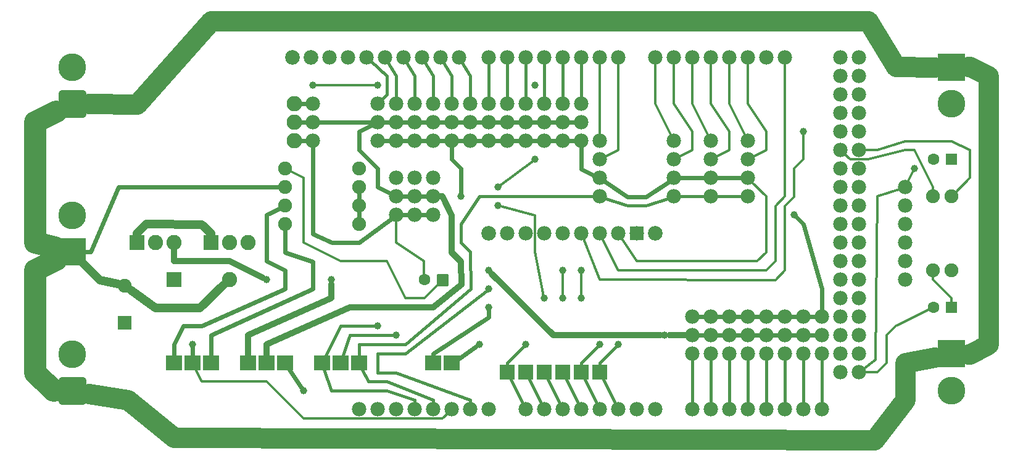
<source format=gtl>
G04 MADE WITH FRITZING*
G04 WWW.FRITZING.ORG*
G04 DOUBLE SIDED*
G04 HOLES PLATED*
G04 CONTOUR ON CENTER OF CONTOUR VECTOR*
%ASAXBY*%
%FSLAX23Y23*%
%MOIN*%
%OFA0B0*%
%SFA1.0B1.0*%
%ADD10C,0.039370*%
%ADD11C,0.078000*%
%ADD12C,0.083307*%
%ADD13C,0.082000*%
%ADD14C,0.079370*%
%ADD15C,0.075000*%
%ADD16C,0.066604*%
%ADD17C,0.066632*%
%ADD18C,0.065993*%
%ADD19C,0.062992*%
%ADD20C,0.149606*%
%ADD21R,0.082000X0.082000*%
%ADD22R,0.078740X0.078740*%
%ADD23R,0.086614X0.078740*%
%ADD24R,0.062992X0.062992*%
%ADD25R,0.075000X0.075000*%
%ADD26R,0.149606X0.149606*%
%ADD27R,0.078000X0.078000*%
%ADD28C,0.024000*%
%ADD29C,0.032000*%
%ADD30C,0.048000*%
%ADD31C,0.012000*%
%ADD32C,0.016000*%
%ADD33C,0.110000*%
%ADD34C,0.120000*%
%ADD35C,0.015748*%
%LNCOPPER1*%
G90*
G70*
G54D10*
X3526Y697D03*
X1576Y397D03*
X2526Y647D03*
X1376Y997D03*
G54D11*
X4376Y297D03*
X4276Y297D03*
X4176Y297D03*
X4076Y297D03*
X3976Y297D03*
X3876Y297D03*
X3776Y297D03*
X3676Y297D03*
X4376Y297D03*
X4276Y297D03*
X4176Y297D03*
X4076Y297D03*
X3976Y297D03*
X3876Y297D03*
X3776Y297D03*
X3676Y297D03*
X4576Y2197D03*
X4576Y2097D03*
X4576Y1997D03*
X4576Y1897D03*
X4576Y1797D03*
X4576Y1697D03*
X4576Y1597D03*
X4576Y1497D03*
X4576Y1397D03*
X4576Y1297D03*
X4576Y1197D03*
X4576Y1097D03*
X4576Y997D03*
X4576Y897D03*
X4576Y797D03*
X4576Y697D03*
X4576Y597D03*
X4576Y497D03*
X4576Y2197D03*
X4576Y2097D03*
X4576Y1997D03*
X4576Y1897D03*
X4576Y1797D03*
X4576Y1697D03*
X4576Y1597D03*
X4576Y1497D03*
X4576Y1397D03*
X4576Y1297D03*
X4576Y1197D03*
X4576Y1097D03*
X4576Y997D03*
X4576Y897D03*
X4576Y797D03*
X4576Y697D03*
X4576Y597D03*
X4576Y497D03*
X4476Y497D03*
X4476Y597D03*
X4476Y697D03*
X4476Y797D03*
X4476Y897D03*
X4476Y997D03*
X4476Y1097D03*
X4476Y1197D03*
X4476Y1297D03*
X4476Y1397D03*
X4476Y1497D03*
X4476Y1597D03*
X4476Y1697D03*
X4476Y1797D03*
X4476Y1897D03*
X4476Y1997D03*
X4476Y2097D03*
X4476Y2197D03*
X4576Y2197D03*
X4576Y2097D03*
X4576Y1997D03*
X4576Y1897D03*
X4576Y1797D03*
X4576Y1697D03*
X4576Y1597D03*
X4576Y1497D03*
X4576Y1397D03*
X4576Y1297D03*
X4576Y1197D03*
X4576Y1097D03*
X4576Y997D03*
X4576Y897D03*
X4576Y797D03*
X4576Y697D03*
X4576Y597D03*
X4576Y497D03*
X4576Y2197D03*
X4576Y2097D03*
X4576Y1997D03*
X4576Y1897D03*
X4576Y1797D03*
X4576Y1697D03*
X4576Y1597D03*
X4576Y1497D03*
X4576Y1397D03*
X4576Y1297D03*
X4576Y1197D03*
X4576Y1097D03*
X4576Y997D03*
X4576Y897D03*
X4576Y797D03*
X4576Y697D03*
X4576Y597D03*
X4576Y497D03*
X4476Y497D03*
X4476Y597D03*
X4476Y697D03*
X4476Y797D03*
X4476Y897D03*
X4476Y997D03*
X4476Y1097D03*
X4476Y1197D03*
X4476Y1297D03*
X4476Y1397D03*
X4476Y1497D03*
X4476Y1597D03*
X4476Y1697D03*
X4476Y1797D03*
X4476Y1897D03*
X4476Y1997D03*
X4476Y2097D03*
X4476Y2197D03*
X2576Y297D03*
X2476Y297D03*
X2376Y297D03*
X2276Y297D03*
X2176Y297D03*
X2076Y297D03*
X1976Y297D03*
X1876Y297D03*
X2576Y297D03*
X2476Y297D03*
X2376Y297D03*
X2276Y297D03*
X2176Y297D03*
X2076Y297D03*
X1976Y297D03*
X1876Y297D03*
X3476Y297D03*
X3376Y297D03*
X3276Y297D03*
X3176Y297D03*
X3076Y297D03*
X2976Y297D03*
X2876Y297D03*
X2776Y297D03*
X3476Y297D03*
X3376Y297D03*
X3276Y297D03*
X3176Y297D03*
X3076Y297D03*
X2976Y297D03*
X2876Y297D03*
X2776Y297D03*
X4176Y2197D03*
X4076Y2197D03*
X3976Y2197D03*
X3876Y2197D03*
X3776Y2197D03*
X3676Y2197D03*
X3576Y2197D03*
X3476Y2197D03*
X4176Y2197D03*
X4076Y2197D03*
X3976Y2197D03*
X3876Y2197D03*
X3776Y2197D03*
X3676Y2197D03*
X3576Y2197D03*
X3476Y2197D03*
X3276Y2197D03*
X3176Y2197D03*
X3076Y2197D03*
X2976Y2197D03*
X2876Y2197D03*
X2776Y2197D03*
X2676Y2197D03*
X2576Y2197D03*
X3276Y2197D03*
X3176Y2197D03*
X3076Y2197D03*
X2976Y2197D03*
X2876Y2197D03*
X2776Y2197D03*
X2676Y2197D03*
X2576Y2197D03*
X2416Y2197D03*
X2316Y2197D03*
X2216Y2197D03*
X2116Y2197D03*
X2016Y2197D03*
X1916Y2197D03*
X1816Y2197D03*
X1716Y2197D03*
X1616Y2197D03*
X1516Y2197D03*
X2416Y2197D03*
X2316Y2197D03*
X2216Y2197D03*
X2116Y2197D03*
X2016Y2197D03*
X1916Y2197D03*
X1816Y2197D03*
X1716Y2197D03*
X1616Y2197D03*
X1516Y2197D03*
G54D10*
X976Y647D03*
X1726Y997D03*
X1976Y747D03*
X2076Y697D03*
X3176Y647D03*
X3276Y647D03*
X2776Y647D03*
X2876Y897D03*
X2626Y1397D03*
X2626Y1497D03*
X2826Y1647D03*
X2826Y2047D03*
G54D12*
X1526Y1947D03*
X1526Y1847D03*
X1526Y1747D03*
G54D11*
X1626Y1947D03*
X1626Y1847D03*
X1626Y1747D03*
G54D10*
X1976Y2047D03*
X1626Y2047D03*
G54D13*
X876Y997D03*
X1174Y997D03*
G54D14*
X1617Y2198D03*
X1517Y2199D03*
X3476Y1247D03*
X2576Y1247D03*
G54D11*
X3076Y1847D03*
X2976Y1847D03*
X2876Y1847D03*
X2776Y1847D03*
X2676Y1847D03*
X2576Y1847D03*
X2476Y1847D03*
X2376Y1847D03*
X2276Y1847D03*
X2176Y1847D03*
X2076Y1847D03*
X1976Y1847D03*
X3076Y1747D03*
X2976Y1747D03*
X2876Y1747D03*
X2776Y1747D03*
X2676Y1747D03*
X2576Y1747D03*
X2476Y1747D03*
X2376Y1747D03*
X2276Y1747D03*
X2176Y1747D03*
X2076Y1747D03*
X1976Y1747D03*
X3076Y1947D03*
X2976Y1947D03*
X2876Y1947D03*
X2776Y1947D03*
X2676Y1947D03*
X2576Y1947D03*
X2476Y1947D03*
X2376Y1947D03*
X2276Y1947D03*
X2176Y1947D03*
X2076Y1947D03*
X1976Y1947D03*
X4376Y597D03*
X4276Y597D03*
X4176Y597D03*
X4076Y597D03*
X3976Y597D03*
X3876Y597D03*
X3776Y597D03*
X3676Y597D03*
X4376Y597D03*
X4276Y597D03*
X4176Y597D03*
X4076Y597D03*
X3976Y597D03*
X3876Y597D03*
X3776Y597D03*
X3676Y597D03*
X4376Y697D03*
X4276Y697D03*
X4176Y697D03*
X4076Y697D03*
X3976Y697D03*
X3876Y697D03*
X3776Y697D03*
X3676Y697D03*
X4376Y697D03*
X4276Y697D03*
X4176Y697D03*
X4076Y697D03*
X3976Y697D03*
X3876Y697D03*
X3776Y697D03*
X3676Y697D03*
X4376Y797D03*
X4276Y797D03*
X4176Y797D03*
X4076Y797D03*
X3976Y797D03*
X3876Y797D03*
X3776Y797D03*
X3676Y797D03*
X4376Y797D03*
X4276Y797D03*
X4176Y797D03*
X4076Y797D03*
X3976Y797D03*
X3876Y797D03*
X3776Y797D03*
X3676Y797D03*
G54D10*
X4876Y1597D03*
X4276Y1797D03*
X4226Y1347D03*
X2426Y1447D03*
X2576Y947D03*
X3076Y1047D03*
X2976Y1047D03*
X3076Y897D03*
X2976Y897D03*
X2576Y1047D03*
G54D15*
X1476Y1597D03*
X1876Y1597D03*
G54D16*
X3776Y297D03*
X3876Y297D03*
X3976Y297D03*
X4076Y297D03*
G54D17*
X2416Y2197D03*
G54D16*
X4176Y297D03*
X4276Y297D03*
X4376Y297D03*
G54D18*
X4576Y1297D03*
G54D16*
X2776Y297D03*
X2876Y297D03*
X2176Y297D03*
X2976Y297D03*
X3076Y297D03*
X3176Y297D03*
X3276Y297D03*
X3376Y297D03*
G54D18*
X4576Y2097D03*
G54D16*
X3476Y297D03*
G54D18*
X4576Y497D03*
G54D17*
X2976Y2197D03*
G54D18*
X4576Y1697D03*
X4576Y897D03*
G54D17*
X2016Y2197D03*
G54D16*
X2576Y297D03*
G54D17*
X2576Y2197D03*
G54D18*
X4576Y1897D03*
X4576Y1497D03*
X4576Y1097D03*
X4576Y697D03*
G54D17*
X4176Y2197D03*
X4076Y2197D03*
X3976Y2197D03*
X1816Y2197D03*
X3876Y2197D03*
X2216Y2197D03*
X3776Y2197D03*
X3676Y2197D03*
X3576Y2197D03*
X3476Y2197D03*
G54D16*
X1976Y297D03*
X2376Y297D03*
G54D17*
X3176Y2197D03*
X2776Y2197D03*
G54D18*
X4576Y2197D03*
X4576Y1997D03*
X4576Y1797D03*
X4576Y1597D03*
X4576Y1397D03*
X4576Y1197D03*
X4576Y997D03*
X4576Y797D03*
X4576Y597D03*
G54D17*
X1716Y2197D03*
X1916Y2197D03*
X2116Y2197D03*
X2316Y2197D03*
G54D16*
X1876Y297D03*
X2076Y297D03*
X2276Y297D03*
X2476Y297D03*
G54D17*
X3276Y2197D03*
X3076Y2197D03*
X2876Y2197D03*
X2676Y2197D03*
G54D18*
X4476Y2197D03*
X4476Y2097D03*
X4476Y1997D03*
X4476Y1897D03*
X4476Y1797D03*
X4476Y1697D03*
X4476Y1597D03*
X4476Y1497D03*
X4476Y1397D03*
X4476Y1297D03*
X4476Y1197D03*
X4476Y1097D03*
X4476Y997D03*
X4476Y897D03*
X4476Y797D03*
X4476Y697D03*
X4476Y597D03*
X4476Y497D03*
G54D16*
X3676Y297D03*
G54D19*
X5076Y847D03*
X4978Y847D03*
X2326Y997D03*
X2228Y997D03*
X5076Y1647D03*
X4978Y1647D03*
G54D15*
X5076Y1447D03*
X5076Y1047D03*
X4976Y1447D03*
X4976Y1047D03*
G54D10*
X2576Y847D03*
G54D15*
X610Y766D03*
X610Y966D03*
G54D11*
X2076Y1547D03*
X2076Y1447D03*
X2076Y1347D03*
X2176Y1547D03*
X2176Y1447D03*
X2176Y1347D03*
X2276Y1547D03*
X2276Y1447D03*
X2276Y1347D03*
X4826Y1497D03*
X4826Y1397D03*
X4826Y1297D03*
X4826Y1197D03*
X4826Y1097D03*
X4826Y997D03*
X3176Y1747D03*
X3176Y1647D03*
X3176Y1547D03*
X3176Y1447D03*
X3576Y1747D03*
X3576Y1647D03*
X3576Y1547D03*
X3576Y1447D03*
X3776Y1747D03*
X3776Y1647D03*
X3776Y1547D03*
X3776Y1447D03*
X3976Y1747D03*
X3976Y1647D03*
X3976Y1547D03*
X3976Y1447D03*
G54D20*
X326Y1147D03*
X326Y1344D03*
X326Y397D03*
X326Y594D03*
X5076Y597D03*
X5076Y400D03*
X326Y1947D03*
X326Y2144D03*
X5076Y2144D03*
X5076Y1947D03*
G54D15*
X1476Y1497D03*
X1876Y1497D03*
X1476Y1397D03*
X1876Y1397D03*
X1476Y1297D03*
X1876Y1297D03*
G54D11*
X3376Y1247D03*
X3276Y1247D03*
X3176Y1247D03*
X3076Y1247D03*
X2976Y1247D03*
X2876Y1247D03*
X2776Y1247D03*
X2676Y1247D03*
G54D13*
X1076Y1197D03*
X1176Y1197D03*
X1276Y1197D03*
X676Y1197D03*
X776Y1197D03*
X876Y1197D03*
G54D21*
X875Y997D03*
G54D22*
X3076Y497D03*
X3176Y497D03*
X2976Y497D03*
X2876Y497D03*
X2776Y497D03*
X2676Y497D03*
G54D23*
X2376Y547D03*
X2276Y547D03*
X1776Y547D03*
X1876Y547D03*
X1476Y547D03*
X1676Y547D03*
X1276Y547D03*
X1376Y547D03*
X976Y547D03*
X876Y547D03*
X1076Y547D03*
G54D24*
X5076Y847D03*
X5076Y1647D03*
G54D25*
X610Y766D03*
G54D26*
X326Y1147D03*
X5076Y597D03*
X5076Y2144D03*
G54D27*
X3376Y1247D03*
G54D21*
X1076Y1197D03*
X676Y1197D03*
G54D28*
X4206Y797D02*
X4246Y797D01*
D02*
X4306Y797D02*
X4346Y797D01*
G54D29*
D02*
X2925Y697D02*
X2593Y1030D01*
D02*
X3502Y697D02*
X2925Y697D01*
G54D28*
D02*
X4306Y697D02*
X4346Y697D01*
D02*
X4206Y697D02*
X4246Y697D01*
G54D29*
D02*
X3640Y697D02*
X3551Y697D01*
G54D28*
D02*
X1566Y413D02*
X1499Y513D01*
D02*
X2414Y572D02*
X2510Y637D01*
G54D30*
D02*
X725Y1298D02*
X677Y1247D01*
D02*
X677Y1247D02*
X676Y1240D01*
D02*
X1027Y1296D02*
X725Y1298D01*
D02*
X1076Y1240D02*
X1076Y1247D01*
D02*
X1076Y1247D02*
X1027Y1296D01*
G54D28*
D02*
X4106Y697D02*
X4146Y697D01*
D02*
X4006Y697D02*
X4046Y697D01*
G54D29*
D02*
X1175Y1097D02*
X877Y1097D01*
D02*
X877Y1097D02*
X876Y1159D01*
D02*
X1354Y1008D02*
X1175Y1097D01*
G54D28*
D02*
X4046Y797D02*
X4006Y797D01*
D02*
X3327Y1446D02*
X3425Y1446D01*
D02*
X3425Y1446D02*
X3551Y1530D01*
D02*
X3201Y1530D02*
X3327Y1446D01*
D02*
X1596Y1847D02*
X1559Y1847D01*
D02*
X1559Y1947D02*
X1596Y1947D01*
D02*
X1596Y1747D02*
X1559Y1747D01*
G54D29*
D02*
X1726Y897D02*
X1726Y973D01*
D02*
X1276Y697D02*
X1726Y897D01*
D02*
X1276Y581D02*
X1276Y697D01*
G54D31*
D02*
X3275Y1697D02*
X3198Y1658D01*
D02*
X3276Y2173D02*
X3275Y1697D01*
D02*
X3176Y2173D02*
X3176Y1772D01*
G54D28*
D02*
X3077Y1596D02*
X3149Y1560D01*
D02*
X3076Y1717D02*
X3077Y1596D01*
G54D32*
D02*
X1827Y698D02*
X1787Y581D01*
D02*
X2063Y697D02*
X1827Y698D01*
D02*
X1776Y749D02*
X1963Y747D01*
D02*
X1693Y581D02*
X1776Y749D01*
G54D28*
D02*
X976Y581D02*
X976Y628D01*
G54D31*
D02*
X1377Y447D02*
X1577Y247D01*
G54D32*
D02*
X2893Y464D02*
X2965Y319D01*
D02*
X2865Y319D02*
X2793Y464D01*
D02*
X2693Y464D02*
X2765Y319D01*
D02*
X2677Y548D02*
X2767Y638D01*
D02*
X2677Y534D02*
X2677Y548D01*
G54D28*
D02*
X1977Y1498D02*
X2049Y1461D01*
D02*
X1977Y1598D02*
X1977Y1498D01*
D02*
X1877Y1698D02*
X1977Y1598D01*
D02*
X1875Y1797D02*
X1877Y1698D01*
D02*
X1949Y1834D02*
X1875Y1797D01*
G54D31*
D02*
X1227Y447D02*
X1377Y447D01*
D02*
X1227Y447D02*
X1227Y447D01*
D02*
X1026Y447D02*
X1227Y447D01*
D02*
X2326Y247D02*
X2359Y280D01*
D02*
X1577Y247D02*
X2326Y247D01*
D02*
X993Y513D02*
X1026Y447D01*
G54D32*
D02*
X1726Y398D02*
X2026Y397D01*
D02*
X2177Y347D02*
X2176Y322D01*
D02*
X2026Y397D02*
X2177Y347D01*
D02*
X1687Y513D02*
X1726Y398D01*
D02*
X3093Y464D02*
X3165Y319D01*
D02*
X3193Y464D02*
X3265Y319D01*
D02*
X3176Y548D02*
X3267Y638D01*
D02*
X3176Y534D02*
X3176Y548D01*
D02*
X3077Y548D02*
X3167Y638D01*
D02*
X3076Y534D02*
X3077Y548D01*
D02*
X2993Y464D02*
X3065Y319D01*
D02*
X2026Y447D02*
X2276Y348D01*
D02*
X1926Y448D02*
X2026Y447D01*
D02*
X1893Y513D02*
X1926Y448D01*
D02*
X2276Y348D02*
X2276Y322D01*
G54D28*
D02*
X1076Y581D02*
X1075Y697D01*
D02*
X1476Y1146D02*
X1476Y1268D01*
D02*
X1625Y1096D02*
X1476Y1146D01*
D02*
X1625Y948D02*
X1625Y1096D01*
D02*
X1075Y697D02*
X1625Y948D01*
G54D31*
D02*
X2826Y1346D02*
X2826Y1147D01*
D02*
X2826Y1147D02*
X2873Y910D01*
D02*
X2639Y1394D02*
X2826Y1346D01*
G54D28*
D02*
X2275Y597D02*
X2276Y581D01*
D02*
X2576Y796D02*
X2275Y597D01*
D02*
X2576Y828D02*
X2576Y796D01*
D02*
X1476Y1048D02*
X1376Y1097D01*
D02*
X1376Y1097D02*
X1377Y1347D01*
D02*
X1377Y1347D02*
X1451Y1384D01*
D02*
X1026Y747D02*
X1476Y948D01*
D02*
X925Y747D02*
X1026Y747D01*
D02*
X1476Y948D02*
X1476Y1048D01*
D02*
X877Y647D02*
X925Y747D01*
D02*
X876Y581D02*
X877Y647D01*
D02*
X1946Y1847D02*
X1656Y1847D01*
G54D31*
D02*
X1825Y2048D02*
X1963Y2047D01*
D02*
X1640Y2047D02*
X1825Y2048D01*
D02*
X2815Y1639D02*
X2637Y1505D01*
G54D30*
D02*
X776Y846D02*
X642Y943D01*
D02*
X1017Y845D02*
X776Y846D01*
D02*
X1143Y967D02*
X1017Y845D01*
G54D28*
D02*
X577Y1498D02*
X1447Y1497D01*
D02*
X425Y1147D02*
X577Y1498D01*
D02*
X373Y1147D02*
X425Y1147D01*
G54D30*
D02*
X476Y996D02*
X571Y975D01*
D02*
X367Y1106D02*
X476Y996D01*
G54D32*
D02*
X4176Y573D02*
X4176Y322D01*
D02*
X4276Y573D02*
X4276Y322D01*
D02*
X4376Y573D02*
X4376Y322D01*
G54D28*
D02*
X3906Y697D02*
X3946Y697D01*
G54D32*
D02*
X3676Y573D02*
X3676Y322D01*
D02*
X3776Y573D02*
X3776Y322D01*
D02*
X3876Y573D02*
X3876Y322D01*
D02*
X3976Y573D02*
X3976Y322D01*
D02*
X4076Y573D02*
X4076Y322D01*
G54D28*
D02*
X3946Y797D02*
X3906Y797D01*
D02*
X3846Y797D02*
X3806Y797D01*
D02*
X3746Y797D02*
X3706Y797D01*
D02*
X3706Y697D02*
X3746Y697D01*
D02*
X3806Y697D02*
X3846Y697D01*
G54D32*
D02*
X2477Y2097D02*
X2476Y1972D01*
D02*
X2429Y2176D02*
X2477Y2097D01*
D02*
X2576Y2173D02*
X2576Y1972D01*
D02*
X2676Y2173D02*
X2676Y1972D01*
D02*
X2776Y2173D02*
X2776Y1972D01*
D02*
X2876Y2173D02*
X2876Y1972D01*
D02*
X2976Y1972D02*
X2976Y2173D01*
D02*
X3076Y1972D02*
X3076Y2173D01*
G54D28*
D02*
X4106Y797D02*
X4146Y797D01*
D02*
X2846Y1747D02*
X2806Y1747D01*
D02*
X2946Y1747D02*
X2906Y1747D01*
D02*
X3046Y1747D02*
X3006Y1747D01*
G54D32*
D02*
X2026Y1997D02*
X1993Y1964D01*
D02*
X2026Y2098D02*
X2026Y1997D01*
D02*
X1934Y2181D02*
X2026Y2098D01*
D02*
X2076Y2097D02*
X2076Y1972D01*
D02*
X2029Y2176D02*
X2076Y2097D01*
D02*
X2176Y2097D02*
X2176Y1972D01*
D02*
X2129Y2176D02*
X2176Y2097D01*
D02*
X2275Y2097D02*
X2276Y1972D01*
D02*
X2229Y2176D02*
X2275Y2097D01*
D02*
X2375Y2097D02*
X2376Y1972D01*
D02*
X2329Y2176D02*
X2375Y2097D01*
G54D28*
D02*
X4375Y947D02*
X4277Y1297D01*
D02*
X2046Y1847D02*
X2006Y1847D01*
D02*
X2046Y1747D02*
X2006Y1747D01*
D02*
X2146Y1747D02*
X2106Y1747D01*
D02*
X2246Y1747D02*
X2206Y1747D01*
D02*
X2346Y1747D02*
X2306Y1747D01*
D02*
X2446Y1747D02*
X2406Y1747D01*
D02*
X2546Y1747D02*
X2506Y1747D01*
D02*
X4277Y1297D02*
X4240Y1334D01*
D02*
X4376Y827D02*
X4375Y947D01*
D02*
X2646Y1747D02*
X2606Y1747D01*
D02*
X2746Y1747D02*
X2706Y1747D01*
D02*
X3046Y1847D02*
X3006Y1847D01*
D02*
X2946Y1847D02*
X2906Y1847D01*
D02*
X2846Y1847D02*
X2806Y1847D01*
D02*
X2746Y1847D02*
X2706Y1847D01*
D02*
X2646Y1847D02*
X2606Y1847D01*
D02*
X2546Y1847D02*
X2506Y1847D01*
D02*
X2446Y1847D02*
X2406Y1847D01*
D02*
X2346Y1847D02*
X2306Y1847D01*
D02*
X2246Y1847D02*
X2206Y1847D01*
D02*
X2146Y1847D02*
X2106Y1847D01*
D02*
X1876Y1368D02*
X1876Y1326D01*
D02*
X2375Y1647D02*
X2376Y1717D01*
D02*
X2427Y1599D02*
X2375Y1647D01*
D02*
X2426Y1466D02*
X2427Y1599D01*
G54D31*
D02*
X4870Y1585D02*
X4837Y1519D01*
D02*
X4076Y1447D02*
X3993Y1530D01*
D02*
X4077Y1146D02*
X4076Y1447D01*
D02*
X4026Y1098D02*
X4077Y1146D01*
D02*
X3377Y1098D02*
X4026Y1098D01*
D02*
X3290Y1227D02*
X3377Y1098D01*
G54D29*
D02*
X1827Y847D02*
X2277Y847D01*
D02*
X1376Y647D02*
X1827Y847D01*
D02*
X1376Y581D02*
X1376Y647D01*
D02*
X2277Y847D02*
X2428Y971D01*
D02*
X2428Y971D02*
X2425Y1096D01*
D02*
X2375Y1146D02*
X2375Y1346D01*
D02*
X2425Y1096D02*
X2375Y1146D01*
D02*
X2375Y1346D02*
X2326Y1447D01*
D02*
X2326Y1447D02*
X2312Y1447D01*
G54D28*
D02*
X1625Y1246D02*
X1728Y1198D01*
D02*
X1625Y1598D02*
X1625Y1246D01*
D02*
X1626Y1717D02*
X1625Y1598D01*
D02*
X1728Y1198D02*
X1875Y1198D01*
G54D31*
D02*
X2076Y1197D02*
X2076Y1323D01*
D02*
X2226Y1097D02*
X2076Y1197D01*
D02*
X2227Y1018D02*
X2226Y1097D01*
G54D33*
D02*
X4827Y548D02*
X4827Y348D01*
D02*
X625Y347D02*
X416Y382D01*
D02*
X4827Y348D02*
X4659Y133D01*
G54D28*
D02*
X1875Y1198D02*
X2052Y1329D01*
G54D33*
D02*
X876Y146D02*
X625Y347D01*
D02*
X4659Y133D02*
X876Y146D01*
D02*
X4987Y580D02*
X4827Y548D01*
G54D34*
D02*
X127Y1197D02*
X127Y1847D01*
D02*
X127Y1847D02*
X240Y1904D01*
D02*
X232Y1171D02*
X127Y1197D01*
G54D32*
D02*
X2477Y347D02*
X2477Y322D01*
D02*
X2075Y496D02*
X2477Y347D01*
D02*
X1976Y496D02*
X2075Y496D01*
D02*
X1976Y598D02*
X1976Y496D01*
D02*
X2126Y597D02*
X1976Y598D01*
D02*
X2565Y939D02*
X2126Y597D01*
G54D31*
D02*
X2976Y911D02*
X2976Y1034D01*
D02*
X3076Y911D02*
X3076Y1034D01*
D02*
X4664Y565D02*
X4595Y512D01*
D02*
X4676Y1447D02*
X4664Y565D01*
D02*
X4803Y1489D02*
X4676Y1447D01*
G54D28*
D02*
X3606Y1547D02*
X3746Y1547D01*
D02*
X3806Y1547D02*
X3946Y1547D01*
G54D31*
D02*
X3976Y1948D02*
X3976Y2173D01*
D02*
X4075Y1697D02*
X4077Y1797D01*
D02*
X4077Y1797D02*
X3976Y1948D01*
D02*
X3998Y1658D02*
X4075Y1697D01*
D02*
X3776Y1948D02*
X3776Y2173D01*
D02*
X3876Y1697D02*
X3876Y1798D01*
D02*
X3876Y1798D02*
X3776Y1948D01*
D02*
X3798Y1658D02*
X3876Y1697D01*
D02*
X3576Y1948D02*
X3576Y2173D01*
D02*
X3676Y1697D02*
X3676Y1798D01*
D02*
X3676Y1798D02*
X3576Y1948D01*
D02*
X3598Y1658D02*
X3676Y1697D01*
D02*
X3476Y1948D02*
X3565Y1769D01*
D02*
X3476Y2173D02*
X3476Y1948D01*
D02*
X3675Y1948D02*
X3765Y1769D01*
D02*
X3676Y2173D02*
X3675Y1948D01*
D02*
X3877Y1948D02*
X3965Y1769D01*
D02*
X3876Y2173D02*
X3877Y1948D01*
G54D32*
D02*
X3601Y1447D02*
X3752Y1447D01*
D02*
X3801Y1447D02*
X3952Y1447D01*
G54D28*
D02*
X2246Y1447D02*
X2206Y1447D01*
D02*
X2146Y1347D02*
X2106Y1347D01*
D02*
X2146Y1447D02*
X2106Y1447D01*
G54D32*
D02*
X2526Y1447D02*
X2425Y1299D01*
D02*
X1876Y647D02*
X1876Y581D01*
D02*
X2126Y647D02*
X1876Y647D01*
D02*
X2478Y948D02*
X2126Y647D01*
D02*
X2475Y1148D02*
X2478Y948D01*
D02*
X2425Y1198D02*
X2475Y1148D01*
D02*
X2425Y1299D02*
X2425Y1198D01*
G54D28*
D02*
X2246Y1347D02*
X2206Y1347D01*
G54D31*
D02*
X4826Y1697D02*
X4626Y1647D01*
D02*
X4877Y1697D02*
X4826Y1697D01*
D02*
X4826Y1746D02*
X4676Y1698D01*
D02*
X5076Y1746D02*
X4826Y1746D01*
D02*
X5175Y1697D02*
X5076Y1746D01*
D02*
X5175Y1547D02*
X5175Y1697D01*
D02*
X5092Y1463D02*
X5175Y1547D01*
D02*
X4676Y1698D02*
X4600Y1697D01*
D02*
X4977Y1498D02*
X4877Y1697D01*
D02*
X4976Y1470D02*
X4977Y1498D01*
D02*
X4626Y1647D02*
X4528Y1647D01*
D02*
X4528Y1647D02*
X4494Y1680D01*
D02*
X3176Y997D02*
X4125Y996D01*
D02*
X4175Y1396D02*
X4225Y1446D01*
D02*
X4176Y1047D02*
X4175Y1396D01*
D02*
X4125Y996D02*
X4176Y1047D01*
D02*
X4277Y1647D02*
X4276Y1784D01*
D02*
X4225Y1597D02*
X4277Y1647D01*
D02*
X4225Y1446D02*
X4225Y1597D01*
D02*
X3085Y1224D02*
X3176Y997D01*
D02*
X3275Y1047D02*
X4077Y1047D01*
D02*
X4127Y1396D02*
X4176Y1449D01*
D02*
X4125Y1098D02*
X4127Y1396D01*
D02*
X4077Y1047D02*
X4125Y1098D01*
D02*
X4176Y1449D02*
X4176Y2172D01*
D02*
X3187Y1225D02*
X3275Y1047D01*
G54D28*
D02*
X1876Y1426D02*
X1876Y1468D01*
G54D33*
D02*
X1076Y2396D02*
X4625Y2396D01*
D02*
X4775Y2147D02*
X4985Y2145D01*
D02*
X4625Y2396D02*
X4775Y2147D01*
D02*
X417Y1947D02*
X675Y1946D01*
G54D32*
D02*
X3152Y1447D02*
X2526Y1447D01*
D02*
X3325Y1397D02*
X3199Y1439D01*
D02*
X3427Y1397D02*
X3325Y1397D01*
D02*
X3553Y1439D02*
X3427Y1397D01*
G54D31*
D02*
X4976Y997D02*
X4976Y1024D01*
D02*
X5076Y898D02*
X4976Y997D01*
D02*
X5076Y868D02*
X5076Y898D01*
D02*
X4677Y498D02*
X4600Y497D01*
D02*
X4726Y548D02*
X4677Y498D01*
D02*
X4726Y697D02*
X4726Y548D01*
D02*
X4776Y747D02*
X4726Y697D01*
D02*
X4959Y838D02*
X4776Y747D01*
D02*
X1576Y1547D02*
X1497Y1587D01*
D02*
X1576Y1197D02*
X1576Y1547D01*
D02*
X1776Y1097D02*
X1576Y1197D01*
D02*
X2026Y1097D02*
X1776Y1097D01*
D02*
X2126Y897D02*
X2026Y1097D01*
D02*
X2228Y897D02*
X2126Y897D01*
D02*
X2311Y982D02*
X2228Y897D01*
G54D33*
D02*
X675Y1946D02*
X1076Y2396D01*
D02*
X5176Y596D02*
X5167Y596D01*
D02*
X5275Y648D02*
X5176Y596D01*
D02*
X5276Y2097D02*
X5275Y648D01*
D02*
X5176Y2148D02*
X5276Y2097D01*
D02*
X5167Y2148D02*
X5176Y2148D01*
G54D34*
D02*
X226Y397D02*
X127Y495D01*
D02*
X127Y1049D02*
X240Y1104D01*
D02*
X127Y495D02*
X127Y1049D01*
D02*
X230Y397D02*
X226Y397D01*
G54D35*
X2302Y1021D02*
X2350Y1021D01*
X2350Y973D01*
X2302Y973D01*
X2302Y1021D01*
D02*
G54D10*
X271Y342D02*
X271Y452D01*
X381Y452D01*
X381Y342D01*
X271Y342D01*
D02*
X271Y1892D02*
X271Y2002D01*
X381Y2002D01*
X381Y1892D01*
X271Y1892D01*
D02*
G04 End of Copper1*
M02*
</source>
